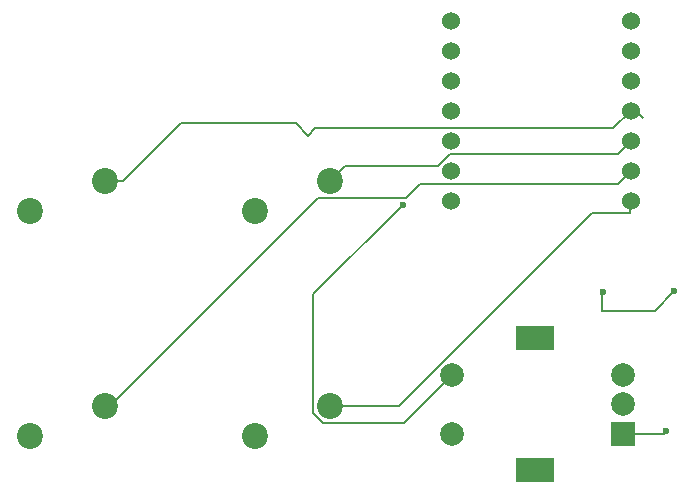
<source format=gbr>
%TF.GenerationSoftware,KiCad,Pcbnew,9.0.6*%
%TF.CreationDate,2025-12-15T09:48:03-08:00*%
%TF.ProjectId,AmeliasHackpad,416d656c-6961-4734-9861-636b7061642e,rev?*%
%TF.SameCoordinates,Original*%
%TF.FileFunction,Copper,L2,Bot*%
%TF.FilePolarity,Positive*%
%FSLAX46Y46*%
G04 Gerber Fmt 4.6, Leading zero omitted, Abs format (unit mm)*
G04 Created by KiCad (PCBNEW 9.0.6) date 2025-12-15 09:48:03*
%MOMM*%
%LPD*%
G01*
G04 APERTURE LIST*
%TA.AperFunction,ComponentPad*%
%ADD10C,2.200000*%
%TD*%
%TA.AperFunction,ComponentPad*%
%ADD11R,2.000000X2.000000*%
%TD*%
%TA.AperFunction,ComponentPad*%
%ADD12C,2.000000*%
%TD*%
%TA.AperFunction,ComponentPad*%
%ADD13R,3.200000X2.000000*%
%TD*%
%TA.AperFunction,ComponentPad*%
%ADD14C,1.524000*%
%TD*%
%TA.AperFunction,ViaPad*%
%ADD15C,0.600000*%
%TD*%
%TA.AperFunction,Conductor*%
%ADD16C,0.200000*%
%TD*%
G04 APERTURE END LIST*
D10*
%TO.P,SW3,1,1*%
%TO.N,GND*%
X160072500Y-85188750D03*
%TO.P,SW3,2,2*%
%TO.N,Net-(U1-GPIO4{slash}MISO)*%
X166422500Y-82648750D03*
%TD*%
%TO.P,SW1,1,1*%
%TO.N,GND*%
X160080000Y-104238750D03*
%TO.P,SW1,2,2*%
%TO.N,Net-(U1-GPIO1{slash}RX)*%
X166430000Y-101698750D03*
%TD*%
%TO.P,SW2,1,1*%
%TO.N,GND*%
X141022500Y-104238750D03*
%TO.P,SW2,2,2*%
%TO.N,Net-(U1-GPIO2{slash}SCK)*%
X147372500Y-101698750D03*
%TD*%
D11*
%TO.P,SW5,A,A*%
%TO.N,Net-(U1-GPIO26{slash}ADC0{slash}A0)*%
X191293750Y-104040000D03*
D12*
%TO.P,SW5,B,B*%
%TO.N,Net-(U1-GPIO27{slash}ADC1{slash}A1)*%
X191293750Y-99040000D03*
%TO.P,SW5,C,C*%
%TO.N,GND*%
X191293750Y-101540000D03*
D13*
%TO.P,SW5,MP*%
%TO.N,N/C*%
X183793750Y-107140000D03*
X183793750Y-95940000D03*
D12*
%TO.P,SW5,S1,S1*%
%TO.N,Net-(U1-GPIO28{slash}ADC2{slash}A2)*%
X176793750Y-99040000D03*
%TO.P,SW5,S2,S2*%
%TO.N,GND*%
X176793750Y-104040000D03*
%TD*%
D14*
%TO.P,U1,1,GPIO26/ADC0/A0*%
%TO.N,Net-(U1-GPIO26{slash}ADC0{slash}A0)*%
X176680000Y-69088500D03*
%TO.P,U1,2,GPIO27/ADC1/A1*%
%TO.N,Net-(U1-GPIO27{slash}ADC1{slash}A1)*%
X176680000Y-71628500D03*
%TO.P,U1,3,GPIO28/ADC2/A2*%
%TO.N,Net-(U1-GPIO28{slash}ADC2{slash}A2)*%
X176680000Y-74168500D03*
%TO.P,U1,4,GPIO29/ADC3/A3*%
%TO.N,unconnected-(U1-GPIO29{slash}ADC3{slash}A3-Pad4)*%
X176680000Y-76708500D03*
%TO.P,U1,5,GPIO6/SDA*%
%TO.N,Net-(D1-DIN)*%
X176680000Y-79248500D03*
%TO.P,U1,6,GPIO7/SCL*%
%TO.N,unconnected-(U1-GPIO7{slash}SCL-Pad6)*%
X176680000Y-81788500D03*
%TO.P,U1,7,GPIO0/TX*%
%TO.N,unconnected-(U1-GPIO0{slash}TX-Pad7)*%
X176680000Y-84328500D03*
%TO.P,U1,8,GPIO1/RX*%
%TO.N,Net-(U1-GPIO1{slash}RX)*%
X191920000Y-84328500D03*
%TO.P,U1,9,GPIO2/SCK*%
%TO.N,Net-(U1-GPIO2{slash}SCK)*%
X191920000Y-81788500D03*
%TO.P,U1,10,GPIO4/MISO*%
%TO.N,Net-(U1-GPIO4{slash}MISO)*%
X191920000Y-79248500D03*
%TO.P,U1,11,GPIO3/MOSI*%
%TO.N,Net-(U1-GPIO3{slash}MOSI)*%
X191920000Y-76708500D03*
%TO.P,U1,12,3V3*%
%TO.N,unconnected-(U1-3V3-Pad12)*%
X191920000Y-74168500D03*
%TO.P,U1,13,GND*%
%TO.N,GND*%
X191920000Y-71628500D03*
%TO.P,U1,14,VBUS*%
%TO.N,+5V*%
X191920000Y-69088500D03*
%TD*%
D10*
%TO.P,SW4,1,1*%
%TO.N,GND*%
X141022500Y-85188750D03*
%TO.P,SW4,2,2*%
%TO.N,Net-(U1-GPIO3{slash}MOSI)*%
X147372500Y-82648750D03*
%TD*%
D15*
%TO.N,Net-(U1-GPIO26{slash}ADC0{slash}A0)*%
X194947140Y-103837140D03*
%TO.N,Net-(U1-GPIO28{slash}ADC2{slash}A2)*%
X172620000Y-84649750D03*
%TO.N,5V*%
X189587500Y-92065000D03*
X195624000Y-91920000D03*
%TD*%
D16*
%TO.N,Net-(U1-GPIO1{slash}RX)*%
X191870000Y-85347500D02*
X191870000Y-84378500D01*
X191429690Y-83870500D02*
X192310310Y-83870500D01*
X166430000Y-101698750D02*
X172295108Y-101698750D01*
X191870000Y-84378500D02*
X191920000Y-84328500D01*
X188646358Y-85347500D02*
X191870000Y-85347500D01*
X172295108Y-101698750D02*
X188646358Y-85347500D01*
%TO.N,Net-(U1-GPIO2{slash}SCK)*%
X190857000Y-82851500D02*
X191920000Y-81788500D01*
X191870000Y-81838500D02*
X191920000Y-81788500D01*
X165449970Y-84049750D02*
X147800970Y-101698750D01*
X165449970Y-84049750D02*
X172869943Y-84049750D01*
X147800970Y-101698750D02*
X147372500Y-101698750D01*
X174068193Y-82851500D02*
X190857000Y-82851500D01*
X172869943Y-84049750D02*
X174068193Y-82851500D01*
%TO.N,Net-(U1-GPIO4{slash}MISO)*%
X176653690Y-80311500D02*
X190857000Y-80311500D01*
X166422500Y-82648750D02*
X167740750Y-81330500D01*
X167740750Y-81330500D02*
X175634690Y-81330500D01*
X190857000Y-80311500D02*
X191920000Y-79248500D01*
X191870000Y-79298500D02*
X191920000Y-79248500D01*
X175634690Y-81330500D02*
X176653690Y-80311500D01*
%TO.N,Net-(U1-GPIO3{slash}MOSI)*%
X191870000Y-76758500D02*
X191920000Y-76708500D01*
X163586316Y-77757750D02*
X153819134Y-77757750D01*
X164619066Y-78790500D02*
X165224066Y-78185500D01*
X164619066Y-78790500D02*
X163586316Y-77757750D01*
X190443000Y-78185500D02*
X191920000Y-76708500D01*
X153819134Y-77757750D02*
X148928134Y-82648750D01*
X165224066Y-78185500D02*
X190443000Y-78185500D01*
X148928134Y-82648750D02*
X147372500Y-82648750D01*
X192933000Y-77287190D02*
X192310310Y-76664500D01*
%TO.N,Net-(U1-GPIO26{slash}ADC0{slash}A0)*%
X194744280Y-104040000D02*
X191293750Y-104040000D01*
X194947140Y-103837140D02*
X194744280Y-104040000D01*
%TO.N,Net-(U1-GPIO28{slash}ADC2{slash}A2)*%
X165029000Y-102279064D02*
X165029000Y-98451810D01*
X165849686Y-103099750D02*
X165029000Y-102279064D01*
X165029000Y-98451810D02*
X165029000Y-92240750D01*
X172734000Y-103099750D02*
X165849686Y-103099750D01*
X176793750Y-99040000D02*
X172734000Y-103099750D01*
X165029000Y-92240750D02*
X172620000Y-84649750D01*
%TO.N,5V*%
X189500000Y-93600000D02*
X189500000Y-92152500D01*
X195624000Y-91920000D02*
X193944000Y-93600000D01*
X189500000Y-92152500D02*
X189587500Y-92065000D01*
X193944000Y-93600000D02*
X189500000Y-93600000D01*
%TD*%
M02*

</source>
